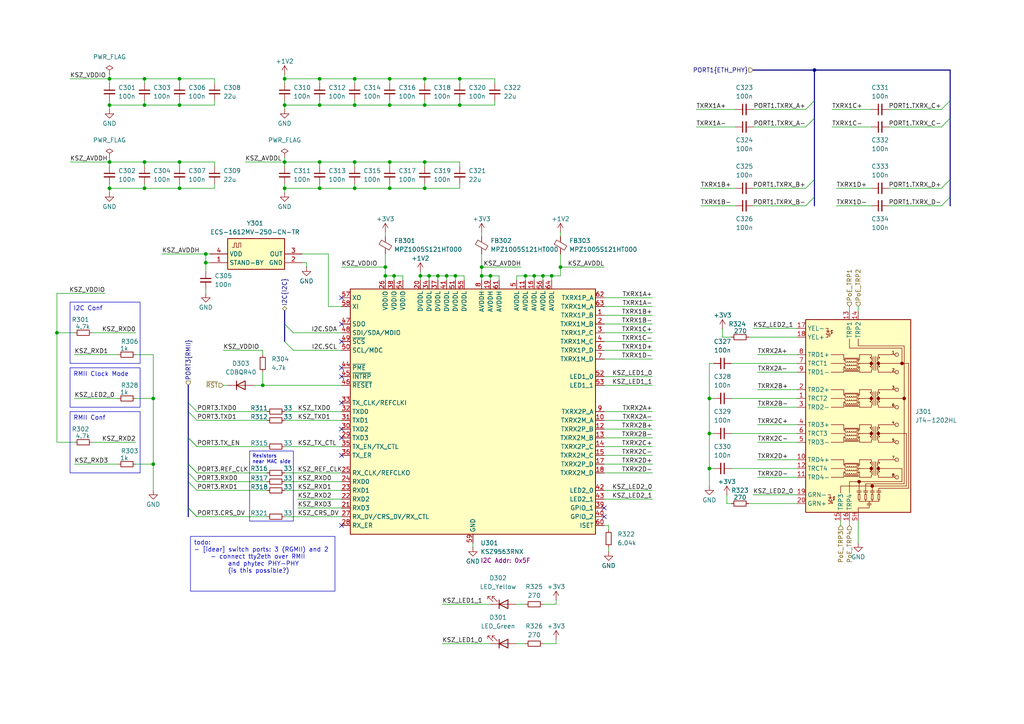
<source format=kicad_sch>
(kicad_sch (version 20250114) (generator "eeschema") (generator_version "9.0")
  (paper "A4")
  (bus_alias "ETH_PHY" (members "TXRX_A+" "TXRX_A-" "TXRX_B+" "TXRX_B-" "TXRX_C+" "TXRX_C-" "TXRX_D+" "TXRX_D-"))
  (bus_alias "RGMII" (members "TX_CLK" "TXD0" "TXD1" "TXD2" "TXD3" "TX_CTL" "RX_CLK" "RXD0" "RXD1" "RXD2" "RXD3" "RX_CTL"))
  (bus_alias "RMII" (members "TX_EN" "TXD0" "TXD1" "CRS_DV" "RXD0" "RXD1" "REF_CLK"))
  (text_box "todo:\n- [idear] switch ports: 3 (RGMII) and 2\n	- connect tty2eth over RMII \n		and phytec PHY-PHY \n		(is this possible?)" (at 55.245 155.575 0) (size 41.91 15.875) (margins 0.9525 0.9525 0.9525 0.9525) (effects (font (size 1.27 1.27)) (justify left top)))
  (text_box "Resistors near MAC side" (at 72.39 130.81 0) (size 12.7 20.32) (margins 0.762 0.762 0.762 0.762) (effects (font (size 1.016 1.016)) (justify left top)))
  (text_box "I2C Conf" (at 20.32 87.63 0) (size 20.32 17.78) (margins 0.9525 0.9525 0.9525 0.9525) (effects (font (size 1.27 1.27)) (justify left top)))
  (text_box "RMII Conf" (at 20.32 119.38 0) (size 20.32 17.78) (margins 0.9525 0.9525 0.9525 0.9525) (effects (font (size 1.27 1.27)) (justify left top)))
  (text_box "RMII Clock Mode" (at 20.32 106.68 0) (size 20.32 11.43) (margins 0.9525 0.9525 0.9525 0.9525) (effects (font (size 1.27 1.27)) (justify left top)))
  (junction (at 111.76 77.47))
  (junction (at 123.19 46.99))
  (junction (at 114.3 80.01))
  (junction (at 82.55 30.48))
  (junction (at 92.71 46.99))
  (junction (at 102.87 30.48))
  (junction (at 82.55 54.61))
  (junction (at 41.91 30.48))
  (junction (at 142.24 80.01))
  (junction (at 133.35 22.86))
  (junction (at 102.87 22.86))
  (junction (at 121.92 80.01))
  (junction (at 123.19 54.61))
  (junction (at 127 80.01))
  (junction (at 205.74 135.89))
  (junction (at 41.91 46.99))
  (junction (at 236.22 20.32))
  (junction (at 92.71 54.61))
  (junction (at 82.55 46.99))
  (junction (at 44.45 115.57))
  (junction (at 113.03 46.99))
  (junction (at 31.75 46.99))
  (junction (at 205.74 125.73))
  (junction (at 102.87 54.61))
  (junction (at 102.87 46.99))
  (junction (at 31.75 22.86))
  (junction (at 111.76 80.01))
  (junction (at 92.71 30.48))
  (junction (at 41.91 22.86))
  (junction (at 162.56 77.47))
  (junction (at 205.74 115.57))
  (junction (at 113.03 54.61))
  (junction (at 154.94 80.01))
  (junction (at 52.07 30.48))
  (junction (at 59.69 73.66))
  (junction (at 152.4 80.01))
  (junction (at 76.2 111.76))
  (junction (at 41.91 54.61))
  (junction (at 113.03 30.48))
  (junction (at 129.54 80.01))
  (junction (at 52.07 46.99))
  (junction (at 133.35 30.48))
  (junction (at 139.7 77.47))
  (junction (at 139.7 80.01))
  (junction (at 82.55 22.86))
  (junction (at 123.19 30.48))
  (junction (at 157.48 80.01))
  (junction (at 123.19 22.86))
  (junction (at 113.03 22.86))
  (junction (at 44.45 134.62))
  (junction (at 52.07 22.86))
  (junction (at 160.02 80.01))
  (junction (at 132.08 80.01))
  (junction (at 52.07 54.61))
  (junction (at 92.71 22.86))
  (junction (at 124.46 80.01))
  (junction (at 16.51 96.52))
  (junction (at 31.75 30.48))
  (junction (at 59.69 76.2))
  (junction (at 31.75 54.61))
  (no_connect (at 175.26 149.86))
  (no_connect (at 175.26 147.32))
  (no_connect (at 99.06 124.46))
  (no_connect (at 99.06 152.4))
  (no_connect (at 99.06 93.98))
  (no_connect (at 99.06 132.08))
  (no_connect (at 99.06 106.68))
  (no_connect (at 99.06 127))
  (no_connect (at 99.06 116.84))
  (no_connect (at 99.06 99.06))
  (no_connect (at 99.06 86.36))
  (no_connect (at 99.06 109.22))
  (bus_entry (at 54.61 127) (size 2.54 2.54))
  (bus_entry (at 82.55 99.06) (size 2.54 2.54))
  (bus_entry (at 54.61 127) (size 2.54 2.54))
  (bus_entry (at 54.61 147.32) (size 2.54 2.54))
  (bus_entry (at 82.55 93.98) (size 2.54 2.54))
  (bus_entry (at 236.22 34.29) (size -2.54 2.54))
  (bus_entry (at 54.61 139.7) (size 2.54 2.54))
  (bus_entry (at 236.22 29.21) (size -2.54 2.54))
  (bus_entry (at 275.59 52.07) (size -2.54 2.54))
  (bus_entry (at 54.61 147.32) (size 2.54 2.54))
  (bus_entry (at 236.22 52.07) (size -2.54 2.54))
  (bus_entry (at 275.59 34.29) (size -2.54 2.54))
  (bus_entry (at 54.61 119.38) (size 2.54 2.54))
  (bus_entry (at 275.59 29.21) (size -2.54 2.54))
  (bus_entry (at 54.61 116.84) (size 2.54 2.54))
  (bus_entry (at 54.61 134.62) (size 2.54 2.54))
  (bus_entry (at 236.22 57.15) (size -2.54 2.54))
  (bus_entry (at 275.59 57.15) (size -2.54 2.54))
  (bus_entry (at 54.61 137.16) (size 2.54 2.54))
  (bus_entry (at 54.61 134.62) (size 2.54 2.54))
  (wire (pts (xy 26.67 128.27) (xy 39.37 128.27)))
  (wire (pts (xy 39.37 102.87) (xy 44.45 102.87)))
  (wire (pts (xy 189.23 91.44) (xy 175.26 91.44)))
  (bus (pts (xy 54.61 119.38) (xy 54.61 127)))
  (wire (pts (xy 102.87 29.21) (xy 102.87 30.48)))
  (wire (pts (xy 160.02 80.01) (xy 162.56 80.01)))
  (wire (pts (xy 133.35 46.99) (xy 133.35 48.26)))
  (wire (pts (xy 203.2 54.61) (xy 213.36 54.61)))
  (wire (pts (xy 149.86 81.28) (xy 149.86 80.01)))
  (wire (pts (xy 248.92 151.13) (xy 248.92 157.48)))
  (bus (pts (xy 54.61 116.84) (xy 54.61 119.38)))
  (wire (pts (xy 210.82 146.05) (xy 210.82 143.51)))
  (wire (pts (xy 142.24 80.01) (xy 144.78 80.01)))
  (wire (pts (xy 139.7 77.47) (xy 151.13 77.47)))
  (wire (pts (xy 189.23 124.46) (xy 175.26 124.46)))
  (wire (pts (xy 123.19 22.86) (xy 133.35 22.86)))
  (wire (pts (xy 82.55 121.92) (xy 99.06 121.92)))
  (wire (pts (xy 127 80.01) (xy 124.46 80.01)))
  (wire (pts (xy 189.23 127) (xy 175.26 127)))
  (wire (pts (xy 189.23 99.06) (xy 175.26 99.06)))
  (wire (pts (xy 41.91 29.21) (xy 41.91 30.48)))
  (wire (pts (xy 62.23 22.86) (xy 62.23 24.13)))
  (wire (pts (xy 248.92 88.9) (xy 248.92 90.17)))
  (wire (pts (xy 189.23 93.98) (xy 175.26 93.98)))
  (wire (pts (xy 86.36 144.78) (xy 99.06 144.78)))
  (wire (pts (xy 121.92 80.01) (xy 121.92 81.28)))
  (wire (pts (xy 219.71 123.19) (xy 231.14 123.19)))
  (wire (pts (xy 57.15 119.38) (xy 77.47 119.38)))
  (wire (pts (xy 39.37 115.57) (xy 44.45 115.57)))
  (wire (pts (xy 134.62 81.28) (xy 134.62 80.01)))
  (wire (pts (xy 92.71 22.86) (xy 102.87 22.86)))
  (wire (pts (xy 139.7 73.66) (xy 139.7 77.47)))
  (wire (pts (xy 82.55 142.24) (xy 99.06 142.24)))
  (wire (pts (xy 132.08 81.28) (xy 132.08 80.01)))
  (wire (pts (xy 205.74 125.73) (xy 207.01 125.73)))
  (wire (pts (xy 44.45 115.57) (xy 44.45 134.62)))
  (wire (pts (xy 139.7 81.28) (xy 139.7 80.01)))
  (wire (pts (xy 189.23 119.38) (xy 175.26 119.38)))
  (bus (pts (xy 236.22 20.32) (xy 275.59 20.32)))
  (wire (pts (xy 31.75 30.48) (xy 31.75 31.75)))
  (wire (pts (xy 92.71 54.61) (xy 82.55 54.61)))
  (wire (pts (xy 219.71 128.27) (xy 231.14 128.27)))
  (wire (pts (xy 123.19 53.34) (xy 123.19 54.61)))
  (wire (pts (xy 162.56 67.31) (xy 162.56 68.58)))
  (wire (pts (xy 161.29 173.99) (xy 161.29 175.26)))
  (wire (pts (xy 20.32 22.86) (xy 31.75 22.86)))
  (bus (pts (xy 54.61 139.7) (xy 54.61 147.32)))
  (wire (pts (xy 31.75 46.99) (xy 41.91 46.99)))
  (wire (pts (xy 44.45 134.62) (xy 44.45 142.24)))
  (wire (pts (xy 31.75 54.61) (xy 31.75 55.88)))
  (bus (pts (xy 275.59 57.15) (xy 275.59 59.69)))
  (wire (pts (xy 111.76 80.01) (xy 111.76 81.28)))
  (bus (pts (xy 236.22 34.29) (xy 236.22 52.07)))
  (wire (pts (xy 161.29 175.26) (xy 157.48 175.26)))
  (wire (pts (xy 113.03 29.21) (xy 113.03 30.48)))
  (wire (pts (xy 124.46 80.01) (xy 121.92 80.01)))
  (wire (pts (xy 218.44 59.69) (xy 233.68 59.69)))
  (wire (pts (xy 189.23 109.22) (xy 175.26 109.22)))
  (bus (pts (xy 236.22 20.32) (xy 236.22 29.21)))
  (wire (pts (xy 219.71 107.95) (xy 231.14 107.95)))
  (wire (pts (xy 219.71 133.35) (xy 231.14 133.35)))
  (wire (pts (xy 85.09 96.52) (xy 99.06 96.52)))
  (wire (pts (xy 82.55 29.21) (xy 82.55 30.48)))
  (wire (pts (xy 129.54 80.01) (xy 129.54 81.28)))
  (wire (pts (xy 111.76 73.66) (xy 111.76 77.47)))
  (wire (pts (xy 52.07 30.48) (xy 62.23 30.48)))
  (wire (pts (xy 57.15 137.16) (xy 77.47 137.16)))
  (wire (pts (xy 162.56 73.66) (xy 162.56 77.47)))
  (wire (pts (xy 21.59 134.62) (xy 34.29 134.62)))
  (wire (pts (xy 57.15 142.24) (xy 77.47 142.24)))
  (wire (pts (xy 257.81 54.61) (xy 273.05 54.61)))
  (wire (pts (xy 114.3 80.01) (xy 114.3 81.28)))
  (wire (pts (xy 59.69 76.2) (xy 59.69 78.74)))
  (wire (pts (xy 102.87 46.99) (xy 102.87 48.26)))
  (bus (pts (xy 275.59 20.32) (xy 275.59 29.21)))
  (wire (pts (xy 231.14 125.73) (xy 212.09 125.73)))
  (wire (pts (xy 39.37 134.62) (xy 44.45 134.62)))
  (wire (pts (xy 82.55 30.48) (xy 82.55 31.75)))
  (wire (pts (xy 129.54 80.01) (xy 132.08 80.01)))
  (wire (pts (xy 46.99 73.66) (xy 59.69 73.66)))
  (wire (pts (xy 88.9 76.2) (xy 88.9 77.47)))
  (wire (pts (xy 76.2 101.6) (xy 76.2 102.87)))
  (wire (pts (xy 92.71 30.48) (xy 102.87 30.48)))
  (wire (pts (xy 31.75 53.34) (xy 31.75 54.61)))
  (wire (pts (xy 76.2 111.76) (xy 99.06 111.76)))
  (wire (pts (xy 92.71 53.34) (xy 92.71 54.61)))
  (wire (pts (xy 189.23 134.62) (xy 175.26 134.62)))
  (wire (pts (xy 85.09 101.6) (xy 99.06 101.6)))
  (wire (pts (xy 241.3 36.83) (xy 252.73 36.83)))
  (wire (pts (xy 57.15 149.86) (xy 77.47 149.86)))
  (wire (pts (xy 82.55 139.7) (xy 99.06 139.7)))
  (wire (pts (xy 62.23 30.48) (xy 62.23 29.21)))
  (wire (pts (xy 102.87 22.86) (xy 113.03 22.86)))
  (wire (pts (xy 82.55 46.99) (xy 92.71 46.99)))
  (wire (pts (xy 73.66 111.76) (xy 76.2 111.76)))
  (wire (pts (xy 132.08 80.01) (xy 134.62 80.01)))
  (wire (pts (xy 129.54 80.01) (xy 127 80.01)))
  (wire (pts (xy 76.2 107.95) (xy 76.2 111.76)))
  (wire (pts (xy 123.19 46.99) (xy 133.35 46.99)))
  (wire (pts (xy 123.19 46.99) (xy 123.19 48.26)))
  (wire (pts (xy 52.07 29.21) (xy 52.07 30.48)))
  (wire (pts (xy 189.23 86.36) (xy 175.26 86.36)))
  (wire (pts (xy 52.07 22.86) (xy 62.23 22.86)))
  (wire (pts (xy 189.23 132.08) (xy 175.26 132.08)))
  (wire (pts (xy 128.27 186.69) (xy 142.24 186.69)))
  (wire (pts (xy 82.55 54.61) (xy 82.55 53.34)))
  (wire (pts (xy 39.37 96.52) (xy 26.67 96.52)))
  (wire (pts (xy 102.87 54.61) (xy 92.71 54.61)))
  (wire (pts (xy 127 80.01) (xy 127 81.28)))
  (wire (pts (xy 31.75 54.61) (xy 41.91 54.61)))
  (wire (pts (xy 133.35 22.86) (xy 133.35 24.13)))
  (wire (pts (xy 102.87 22.86) (xy 102.87 24.13)))
  (wire (pts (xy 116.84 80.01) (xy 114.3 80.01)))
  (wire (pts (xy 62.23 46.99) (xy 62.23 48.26)))
  (wire (pts (xy 242.57 54.61) (xy 252.73 54.61)))
  (wire (pts (xy 16.51 96.52) (xy 16.51 128.27)))
  (wire (pts (xy 113.03 53.34) (xy 113.03 54.61)))
  (wire (pts (xy 41.91 22.86) (xy 41.91 24.13)))
  (wire (pts (xy 102.87 30.48) (xy 113.03 30.48)))
  (bus (pts (xy 236.22 52.07) (xy 236.22 57.15)))
  (wire (pts (xy 189.23 142.24) (xy 175.26 142.24)))
  (wire (pts (xy 52.07 46.99) (xy 62.23 46.99)))
  (wire (pts (xy 16.51 85.09) (xy 16.51 96.52)))
  (wire (pts (xy 31.75 24.13) (xy 31.75 22.86)))
  (wire (pts (xy 82.55 129.54) (xy 99.06 129.54)))
  (wire (pts (xy 157.48 80.01) (xy 157.48 81.28)))
  (bus (pts (xy 236.22 57.15) (xy 236.22 59.69)))
  (wire (pts (xy 219.71 102.87) (xy 231.14 102.87)))
  (wire (pts (xy 82.55 137.16) (xy 99.06 137.16)))
  (wire (pts (xy 139.7 67.31) (xy 139.7 68.58)))
  (wire (pts (xy 113.03 54.61) (xy 102.87 54.61)))
  (wire (pts (xy 92.71 46.99) (xy 92.71 48.26)))
  (wire (pts (xy 21.59 115.57) (xy 34.29 115.57)))
  (wire (pts (xy 219.71 118.11) (xy 231.14 118.11)))
  (wire (pts (xy 82.55 45.72) (xy 82.55 46.99)))
  (wire (pts (xy 189.23 111.76) (xy 175.26 111.76)))
  (wire (pts (xy 149.86 186.69) (xy 152.4 186.69)))
  (wire (pts (xy 152.4 80.01) (xy 152.4 81.28)))
  (wire (pts (xy 92.71 46.99) (xy 102.87 46.99)))
  (wire (pts (xy 92.71 22.86) (xy 92.71 24.13)))
  (wire (pts (xy 31.75 21.59) (xy 31.75 22.86)))
  (wire (pts (xy 201.93 36.83) (xy 213.36 36.83)))
  (wire (pts (xy 189.23 101.6) (xy 175.26 101.6)))
  (wire (pts (xy 41.91 46.99) (xy 41.91 48.26)))
  (wire (pts (xy 102.87 53.34) (xy 102.87 54.61)))
  (wire (pts (xy 231.14 135.89) (xy 212.09 135.89)))
  (wire (pts (xy 152.4 80.01) (xy 154.94 80.01)))
  (wire (pts (xy 82.55 30.48) (xy 92.71 30.48)))
  (wire (pts (xy 176.53 158.75) (xy 176.53 160.02)))
  (wire (pts (xy 157.48 186.69) (xy 161.29 186.69)))
  (wire (pts (xy 52.07 54.61) (xy 62.23 54.61)))
  (wire (pts (xy 64.77 111.76) (xy 66.04 111.76)))
  (wire (pts (xy 95.25 88.9) (xy 99.06 88.9)))
  (wire (pts (xy 212.09 105.41) (xy 231.14 105.41)))
  (wire (pts (xy 241.3 31.75) (xy 252.73 31.75)))
  (wire (pts (xy 123.19 29.21) (xy 123.19 30.48)))
  (wire (pts (xy 52.07 53.34) (xy 52.07 54.61)))
  (wire (pts (xy 41.91 22.86) (xy 52.07 22.86)))
  (wire (pts (xy 71.12 46.99) (xy 82.55 46.99)))
  (wire (pts (xy 92.71 29.21) (xy 92.71 30.48)))
  (wire (pts (xy 21.59 102.87) (xy 34.29 102.87)))
  (wire (pts (xy 52.07 22.86) (xy 52.07 24.13)))
  (wire (pts (xy 82.55 48.26) (xy 82.55 46.99)))
  (wire (pts (xy 31.75 29.21) (xy 31.75 30.48)))
  (wire (pts (xy 257.81 31.75) (xy 273.05 31.75)))
  (wire (pts (xy 21.59 128.27) (xy 16.51 128.27)))
  (wire (pts (xy 242.57 59.69) (xy 252.73 59.69)))
  (wire (pts (xy 212.09 146.05) (xy 210.82 146.05)))
  (wire (pts (xy 205.74 135.89) (xy 205.74 140.97)))
  (wire (pts (xy 218.44 36.83) (xy 233.68 36.83)))
  (bus (pts (xy 275.59 34.29) (xy 275.59 52.07)))
  (wire (pts (xy 189.23 129.54) (xy 175.26 129.54)))
  (wire (pts (xy 59.69 83.82) (xy 59.69 85.09)))
  (wire (pts (xy 59.69 73.66) (xy 60.96 73.66)))
  (wire (pts (xy 149.86 175.26) (xy 152.4 175.26)))
  (wire (pts (xy 99.06 77.47) (xy 111.76 77.47)))
  (wire (pts (xy 257.81 36.83) (xy 273.05 36.83)))
  (bus (pts (xy 275.59 29.21) (xy 275.59 34.29)))
  (bus (pts (xy 218.44 20.32) (xy 236.22 20.32)))
  (wire (pts (xy 41.91 30.48) (xy 52.07 30.48)))
  (wire (pts (xy 162.56 77.47) (xy 162.56 80.01)))
  (wire (pts (xy 157.48 80.01) (xy 160.02 80.01)))
  (wire (pts (xy 111.76 67.31) (xy 111.76 68.58)))
  (wire (pts (xy 113.03 22.86) (xy 113.03 24.13)))
  (wire (pts (xy 133.35 30.48) (xy 143.51 30.48)))
  (wire (pts (xy 41.91 46.99) (xy 52.07 46.99)))
  (wire (pts (xy 205.74 135.89) (xy 207.01 135.89)))
  (wire (pts (xy 207.01 105.41) (xy 205.74 105.41)))
  (bus (pts (xy 54.61 147.32) (xy 54.61 149.86)))
  (wire (pts (xy 31.75 45.72) (xy 31.75 46.99)))
  (wire (pts (xy 189.23 104.14) (xy 175.26 104.14)))
  (wire (pts (xy 82.55 149.86) (xy 99.06 149.86)))
  (bus (pts (xy 54.61 134.62) (xy 54.61 137.16)))
  (wire (pts (xy 212.09 97.79) (xy 209.55 97.79)))
  (wire (pts (xy 113.03 46.99) (xy 113.03 48.26)))
  (wire (pts (xy 217.17 97.79) (xy 231.14 97.79)))
  (wire (pts (xy 162.56 77.47) (xy 175.26 77.47)))
  (wire (pts (xy 189.23 121.92) (xy 175.26 121.92)))
  (wire (pts (xy 82.55 54.61) (xy 82.55 55.88)))
  (wire (pts (xy 137.16 157.48) (xy 137.16 158.75)))
  (wire (pts (xy 82.55 119.38) (xy 99.06 119.38)))
  (bus (pts (xy 236.22 29.21) (xy 236.22 34.29)))
  (wire (pts (xy 205.74 125.73) (xy 205.74 135.89)))
  (wire (pts (xy 203.2 59.69) (xy 213.36 59.69)))
  (wire (pts (xy 219.71 113.03) (xy 231.14 113.03)))
  (wire (pts (xy 189.23 96.52) (xy 175.26 96.52)))
  (bus (pts (xy 54.61 137.16) (xy 54.61 139.7)))
  (wire (pts (xy 30.48 85.09) (xy 16.51 85.09)))
  (wire (pts (xy 154.94 80.01) (xy 157.48 80.01)))
  (wire (pts (xy 189.23 144.78) (xy 175.26 144.78)))
  (wire (pts (xy 114.3 80.01) (xy 111.76 80.01)))
  (wire (pts (xy 87.63 76.2) (xy 88.9 76.2)))
  (wire (pts (xy 111.76 77.47) (xy 111.76 80.01)))
  (wire (pts (xy 31.75 30.48) (xy 41.91 30.48)))
  (wire (pts (xy 143.51 29.21) (xy 143.51 30.48)))
  (wire (pts (xy 62.23 53.34) (xy 62.23 54.61)))
  (wire (pts (xy 41.91 54.61) (xy 52.07 54.61)))
  (wire (pts (xy 218.44 143.51) (xy 231.14 143.51)))
  (wire (pts (xy 176.53 152.4) (xy 176.53 153.67)))
  (bus (pts (xy 54.61 127) (xy 54.61 134.62)))
  (wire (pts (xy 209.55 97.79) (xy 209.55 95.25)))
  (wire (pts (xy 123.19 22.86) (xy 123.19 24.13)))
  (wire (pts (xy 218.44 31.75) (xy 233.68 31.75)))
  (wire (pts (xy 133.35 53.34) (xy 133.35 54.61)))
  (wire (pts (xy 217.17 146.05) (xy 231.14 146.05)))
  (wire (pts (xy 113.03 22.86) (xy 123.19 22.86)))
  (wire (pts (xy 123.19 30.48) (xy 133.35 30.48)))
  (wire (pts (xy 139.7 77.47) (xy 139.7 80.01)))
  (wire (pts (xy 219.71 138.43) (xy 231.14 138.43)))
  (wire (pts (xy 243.84 152.4) (xy 243.84 151.13)))
  (wire (pts (xy 133.35 29.21) (xy 133.35 30.48)))
  (wire (pts (xy 189.23 88.9) (xy 175.26 88.9)))
  (wire (pts (xy 139.7 80.01) (xy 142.24 80.01)))
  (wire (pts (xy 44.45 102.87) (xy 44.45 115.57)))
  (wire (pts (xy 60.96 76.2) (xy 59.69 76.2)))
  (wire (pts (xy 143.51 22.86) (xy 143.51 24.13)))
  (wire (pts (xy 113.03 46.99) (xy 123.19 46.99)))
  (wire (pts (xy 175.26 152.4) (xy 176.53 152.4)))
  (wire (pts (xy 124.46 80.01) (xy 124.46 81.28)))
  (wire (pts (xy 123.19 54.61) (xy 113.03 54.61)))
  (wire (pts (xy 201.93 31.75) (xy 213.36 31.75)))
  (wire (pts (xy 218.44 54.61) (xy 233.68 54.61)))
  (wire (pts (xy 161.29 185.42) (xy 161.29 186.69)))
  (wire (pts (xy 82.55 22.86) (xy 82.55 24.13)))
  (wire (pts (xy 149.86 80.01) (xy 152.4 80.01)))
  (wire (pts (xy 64.77 101.6) (xy 76.2 101.6)))
  (wire (pts (xy 57.15 139.7) (xy 77.47 139.7)))
  (bus (pts (xy 82.55 90.17) (xy 82.55 93.98)))
  (wire (pts (xy 154.94 80.01) (xy 154.94 81.28)))
  (wire (pts (xy 189.23 137.16) (xy 175.26 137.16)))
  (wire (pts (xy 113.03 30.48) (xy 123.19 30.48)))
  (wire (pts (xy 128.27 175.26) (xy 142.24 175.26)))
  (wire (pts (xy 57.15 121.92) (xy 77.47 121.92)))
  (wire (pts (xy 87.63 73.66) (xy 95.25 73.66)))
  (wire (pts (xy 82.55 22.86) (xy 92.71 22.86)))
  (wire (pts (xy 205.74 105.41) (xy 205.74 115.57)))
  (wire (pts (xy 82.55 21.59) (xy 82.55 22.86)))
  (wire (pts (xy 57.15 129.54) (xy 77.47 129.54)))
  (bus (pts (xy 275.59 52.07) (xy 275.59 57.15)))
  (wire (pts (xy 31.75 22.86) (xy 41.91 22.86)))
  (wire (pts (xy 52.07 46.99) (xy 52.07 48.26)))
  (wire (pts (xy 205.74 115.57) (xy 205.74 125.73)))
  (wire (pts (xy 160.02 80.01) (xy 160.02 81.28)))
  (wire (pts (xy 205.74 115.57) (xy 207.01 115.57)))
  (wire (pts (xy 95.25 73.66) (xy 95.25 88.9)))
  (wire (pts (xy 144.78 80.01) (xy 144.78 81.28)))
  (wire (pts (xy 257.81 59.69) (xy 273.05 59.69)))
  (wire (pts (xy 116.84 81.28) (xy 116.84 80.01)))
  (wire (pts (xy 16.51 96.52) (xy 21.59 96.52)))
  (wire (pts (xy 133.35 22.86) (xy 143.51 22.86)))
  (wire (pts (xy 133.35 54.61) (xy 123.19 54.61)))
  (wire (pts (xy 41.91 53.34) (xy 41.91 54.61)))
  (wire (pts (xy 231.14 115.57) (xy 212.09 115.57)))
  (wire (pts (xy 246.38 88.9) (xy 246.38 90.17)))
  (wire (pts (xy 218.44 95.25) (xy 231.14 95.25)))
  (wire (pts (xy 121.92 78.74) (xy 121.92 80.01)))
  (wire (pts (xy 59.69 76.2) (xy 59.69 73.66)))
  (bus (pts (xy 82.55 93.98) (xy 82.55 99.06)))
  (wire (pts (xy 31.75 48.26) (xy 31.75 46.99)))
  (wire (pts (xy 86.36 147.32) (xy 99.06 147.32)))
  (wire (pts (xy 142.24 80.01) (xy 142.24 81.28)))
  (wire (pts (xy 102.87 46.99) (xy 113.03 46.99)))
  (wire (pts (xy 246.38 152.4) (xy 246.38 151.13)))
  (bus (pts (xy 54.61 111.76) (xy 54.61 116.84)))
  (wire (pts (xy 20.32 46.99) (xy 31.75 46.99)))
  (label "PORT1.TXRX_A-" (at 233.68 36.83 180))
  (label "KSZ_LED1_1" (at 189.23 111.76 180))
  (label "KSZ_LED2_0" (at 21.59 115.57 0))
  (label "TXRX2A+" (at 189.23 119.38 180))
  (label "TXRX2A+" (at 219.71 102.87 0))
  (label "KSZ_AVDDH" (at 151.13 77.47 180))
  (label "KSZ_VDDIO" (at 99.06 77.47 0))
  (label "KSZ_AVDDH" (at 20.32 46.99 0))
  (label "KSZ_VDDIO" (at 20.32 22.86 0))
  (label "PORT1.TXRX_D-" (at 273.05 59.69 180))
  (label "KSZ_LED2_1" (at 189.23 144.78 180))
  (label "TXRX1B-" (at 189.23 93.98 180))
  (label "PORT1.TXRX_B-" (at 233.68 59.69 180))
  (label "KSZ_LED2_0" (at 218.44 143.51 0))
  (label "KSZ_AVDDL" (at 175.26 77.47 180))
  (label "KSZ_LED2_0" (at 189.23 142.24 180))
  (label "TXRX2A-" (at 219.71 107.95 0))
  (label "TXRX1A-" (at 189.23 88.9 180))
  (label "PORT3.TX_EN" (at 57.15 129.54 0))
  (label "TXRX2D+" (at 219.71 133.35 0))
  (label "TXRX2C-" (at 219.71 128.27 0))
  (label "KSZ_VDDIO" (at 30.48 85.09 180))
  (label "TXRX1C-" (at 241.3 36.83 0))
  (label "PORT1.TXRX_D+" (at 273.05 54.61 180))
  (label "TXRX1B-" (at 203.2 59.69 0))
  (label "KSZ_AVDDH" (at 46.99 73.66 0))
  (label "TXRX2C+" (at 189.23 129.54 180))
  (label "TXRX1A-" (at 201.93 36.83 0))
  (label "TXRX2B+" (at 219.71 113.03 0))
  (label "KSZ_RXD0" (at 86.36 139.7 0))
  (label "TXRX2B-" (at 219.71 118.11 0))
  (label "I2C.SCL" (at 97.79 101.6 180))
  (label "TXRX1D-" (at 242.57 59.69 0))
  (label "PORT3.CRS_DV" (at 57.15 149.86 0))
  (label "KSZ_VDDIO" (at 64.77 101.6 0))
  (label "KSZ_CRS_DV" (at 86.36 149.86 0))
  (label "KSZ_AVDDL" (at 71.12 46.99 0))
  (label "TXRX1D+" (at 189.23 101.6 180))
  (label "TXRX1D-" (at 189.23 104.14 180))
  (label "TXRX2C+" (at 219.71 123.19 0))
  (label "TXRX1A+" (at 189.23 86.36 180))
  (label "TXRX2B+" (at 189.23 124.46 180))
  (label "KSZ_RXD1" (at 86.36 142.24 0))
  (label "KSZ_RXD1" (at 21.59 102.87 0))
  (label "KSZ_TXD1" (at 86.36 121.92 0))
  (label "TXRX1C+" (at 241.3 31.75 0))
  (label "TXRX1B+" (at 203.2 54.61 0))
  (label "TXRX2A-" (at 189.23 121.92 180))
  (label "PORT1.TXRX_C-" (at 273.05 36.83 180))
  (label "PORT1.TXRX_B+" (at 233.68 54.61 180))
  (label "KSZ_LED1_0" (at 189.23 109.22 180))
  (label "KSZ_RXD3" (at 86.36 147.32 0))
  (label "KSZ_TX_CTL" (at 86.36 129.54 0))
  (label "PORT3.TXD0" (at 57.15 119.38 0))
  (label "TXRX1C-" (at 189.23 99.06 180))
  (label "PORT3.RXD0" (at 57.15 139.7 0))
  (label "PORT3.TXD1" (at 57.15 121.92 0))
  (label "KSZ_RXD2" (at 86.36 144.78 0))
  (label "KSZ_RXD3" (at 21.59 134.62 0))
  (label "TXRX2D+" (at 189.23 134.62 180))
  (label "TXRX1A+" (at 201.93 31.75 0))
  (label "I2C.SDA" (at 97.79 96.52 180))
  (label "TXRX2B-" (at 189.23 127 180))
  (label "TXRX1C+" (at 189.23 96.52 180))
  (label "TXRX1D+" (at 242.57 54.61 0))
  (label "TXRX2D-" (at 219.71 138.43 0))
  (label "KSZ_REF_CLK" (at 86.36 137.16 0))
  (label "TXRX2D-" (at 189.23 137.16 180))
  (label "TXRX2C-" (at 189.23 132.08 180))
  (label "PORT3.RXD1" (at 57.15 142.24 0))
  (label "KSZ_RXD0" (at 39.37 96.52 180))
  (label "KSZ_LED1_1" (at 128.27 175.26 0))
  (label "KSZ_LED2_1" (at 218.44 95.25 0))
  (label "PORT1.TXRX_A+" (at 233.68 31.75 180))
  (label "TXRX1B+" (at 189.23 91.44 180))
  (label "KSZ_RXD2" (at 39.37 128.27 180))
  (label "KSZ_LED1_0" (at 128.27 186.69 0))
  (label "KSZ_TXD0" (at 86.36 119.38 0))
  (label "PORT3.REF_CLK" (at 57.15 137.16 0))
  (label "PORT1.TXRX_C+" (at 273.05 31.75 180))
  (hierarchical_label "PORT1{ETH_PHY}" (shape input) (at 218.44 20.32 180))
  (hierarchical_label "PORT3{RMII}" (shape input) (at 54.61 111.76 90))
  (hierarchical_label "PoE_TRP1" (shape input) (at 246.38 88.9 90))
  (hierarchical_label "~{RST}" (shape input) (at 64.77 111.76 180))
  (hierarchical_label "PoE_TRP3" (shape input) (at 243.84 152.4 270))
  (hierarchical_label "PoE_TRP4" (shape input) (at 246.38 152.4 270))
  (hierarchical_label "PoE_TRP2" (shape input) (at 248.92 88.9 90))
  (hierarchical_label "I2C{I2C}" (shape bidirectional) (at 82.55 90.17 90))
  (symbol (lib_id "Device:C_Small") (at 102.87 50.8 0) (unit 1)
    (property "Reference" "C315" (at 105.41 49.5362 0) (effects (justify left)))
    (property "Value" "100n" (at 105.41 52.0762 0) (effects (justify left)))
    (property "Footprint" "Capacitor_SMD:C_0201_0603Metric" (effects (hide yes)))
    (property "Description" "Unpolarized capacitor, small symbol" (effects (hide yes)))
    (property "Mouser Part Number" "81-GRM033Z71C104KE4J" (effects (hide yes)))
    (instances (project "" (path "" (reference "C315") (unit 1))) (project "tty2eth-evb" (path "" (reference "C14") (unit 1))))
  )
  (symbol (lib_id "Device:C_Small") (at 41.91 26.67 0) (unit 1)
    (property "Reference" "C303" (at 44.45 25.4062 0) (effects (justify left)))
    (property "Value" "100n" (at 44.45 27.9462 0) (effects (justify left)))
    (property "Footprint" "Capacitor_SMD:C_0201_0603Metric" (effects (hide yes)))
    (property "Description" "Unpolarized capacitor, small symbol" (effects (hide yes)))
    (property "Mouser Part Number" "81-GRM033Z71C104KE4J" (effects (hide yes)))
    (instances (project "" (path "" (reference "C303") (unit 1))) (project "tty2eth-evb" (path "" (reference "C3") (unit 1))))
  )
  (symbol (lib_id "extras:ECS-1612MV-250-CN-TR") (at 60.96 73.66 0) (unit 1)
    (property "Reference" "Y301" (at 73.9775 64.77 0))
    (property "Value" "ECS-1612MV-250-CN-TR" (at 73.9775 67.31 0))
    (property "Footprint" "extras:ECS1612MV250CNTR" (effects (hide yes)))
    (property "Datasheet" "https://www.ecsxtal.com/store/pdf/ECS-1612MV.pdf" (effects (hide yes)))
    (property "Description" "Standard Clock Oscillators 25MHz CMOS 1.6-3.6V" (effects (hide yes)))
    (property "Height" "0.7" (effects (hide yes)))
    (property "Mouser Part Number" "520-1612MV-250-CNT" (effects (hide yes)))
    (property "Mouser Price/Stock" "https://www.mouser.co.uk/ProductDetail/ECS/ECS-1612MV-250-CN-TR?qs=MLItCLRbWszfxf8M%252B0z8Bg%3D%3D" (effects (hide yes)))
    (property "Manufacturer_Name" "ECS" (effects (hide yes)))
    (property "Manufacturer_Part_Number" "ECS-1612MV-250-CN-TR" (effects (hide yes)))
    (instances (project "" (path "" (reference "Y301") (unit 1))) (project "tty2eth-evb" (path "" (reference "Y1") (unit 1))))
  )
  (symbol (lib_id "Device:C_Small") (at 82.55 50.8 0) (unit 1)
    (property "Reference" "C311" (at 85.09 49.5362 0) (effects (justify left)))
    (property "Value" "100n" (at 85.09 52.0762 0) (effects (justify left)))
    (property "Footprint" "Capacitor_SMD:C_0201_0603Metric" (effects (hide yes)))
    (property "Description" "Unpolarized capacitor, small symbol" (effects (hide yes)))
    (property "Mouser Part Number" "81-GRM033Z71C104KE4J" (effects (hide yes)))
    (instances (project "" (path "" (reference "C311") (unit 1))) (project "tty2eth-evb" (path "" (reference "C10") (unit 1))))
  )
  (symbol (lib_id "Device:R_Small") (at 214.63 146.05 90) (mirror x) (unit 1)
    (property "Reference" "R323" (at 214.63 142.24 90))
    (property "Value" "270" (at 214.63 144.272 90))
    (property "Footprint" "extras:R_0402" (effects (hide yes)))
    (property "Description" "Resistor, small symbol" (effects (hide yes)))
    (property "Mouser Part Number" "652-CR0402FX-2700GLF" (effects (hide yes)))
    (instances (project "" (path "" (reference "R323") (unit 1))) (project "tty2eth-evb" (path "" (reference "R24") (unit 1))))
  )
  (symbol (lib_id "Device:C_Small") (at 255.27 54.61 90) (unit 1)
    (property "Reference" "C333" (at 255.2763 48.26 90))
    (property "Value" "100n" (at 255.2763 50.8 90))
    (property "Footprint" "Capacitor_SMD:C_0201_0603Metric" (effects (hide yes)))
    (property "Description" "Unpolarized capacitor, small symbol" (effects (hide yes)))
    (property "Mouser Part Number" "81-GRM033Z71C104KE4J" (effects (hide yes)))
  )
  (symbol (lib_id "power:+3V3") (at 210.82 143.51 0) (unit 1)
    (property "Reference" "#PWR0321" (effects (hide yes)))
    (property "Value" "+3V3" (at 210.82 139.7 0))
    (property "Description" "Power symbol creates a global label with name \"+3V3\"" (effects (hide yes)))
    (instances (project "" (path "" (reference "#PWR0321") (unit 1))) (project "tty2eth-evb" (path "" (reference "#PWR051") (unit 1))))
  )
  (symbol (lib_id "power:+1V2") (at 82.55 21.59 0) (unit 1)
    (property "Reference" "#PWR0306" (effects (hide yes)))
    (property "Value" "+1V2" (at 82.55 17.78 0))
    (property "Description" "Power symbol creates a global label with name \"+1V2\"" (effects (hide yes)))
    (instances (project "" (path "" (reference "#PWR0306") (unit 1))) (project "tty2eth-evb" (path "" (reference "#PWR05") (unit 1))))
  )
  (symbol (lib_id "Device:R_Small") (at 80.01 121.92 90) (mirror x) (unit 1)
    (property "Reference" "R312" (at 77.724 120.904 90) (effects (justify left)))
    (property "Value" "33" (at 84.836 120.904 90) (effects (justify left)))
    (property "Footprint" "extras:R_0402" (effects (hide yes)))
    (property "Description" "Resistor, small symbol" (effects (hide yes)))
    (property "Mouser Part Number" "652-CR0402FX-33R0GLF" (effects (hide yes)))
    (instances (project "" (path "" (reference "R312") (unit 1))) (project "tty2eth-evb" (path "" (reference "R12") (unit 1))))
  )
  (symbol (lib_id "Device:R_Small") (at 80.01 139.7 90) (mirror x) (unit 1)
    (property "Reference" "R317" (at 77.724 138.684 90) (effects (justify left)))
    (property "Value" "33" (at 84.836 138.684 90) (effects (justify left)))
    (property "Footprint" "extras:R_0402" (effects (hide yes)))
    (property "Description" "Resistor, small symbol" (effects (hide yes)))
    (property "Mouser Part Number" "652-CR0402FX-33R0GLF" (effects (hide yes)))
    (instances (project "" (path "" (reference "R317") (unit 1))) (project "tty2eth-evb" (path "" (reference "R17") (unit 1))))
  )
  (symbol (lib_id "Device:C_Small") (at 92.71 50.8 0) (unit 1)
    (property "Reference" "C313" (at 95.25 49.5362 0) (effects (justify left)))
    (property "Value" "100n" (at 95.25 52.0762 0) (effects (justify left)))
    (property "Footprint" "Capacitor_SMD:C_0201_0603Metric" (effects (hide yes)))
    (property "Description" "Unpolarized capacitor, small symbol" (effects (hide yes)))
    (property "Mouser Part Number" "81-GRM033Z71C104KE4J" (effects (hide yes)))
    (instances (project "" (path "" (reference "C313") (unit 1))) (project "tty2eth-evb" (path "" (reference "C12") (unit 1))))
  )
  (symbol (lib_id "Device:C_Small") (at 133.35 26.67 0) (unit 1)
    (property "Reference" "C320" (at 135.89 25.4062 0) (effects (justify left)))
    (property "Value" "100n" (at 135.89 27.9462 0) (effects (justify left)))
    (property "Footprint" "Capacitor_SMD:C_0201_0603Metric" (effects (hide yes)))
    (property "Description" "Unpolarized capacitor, small symbol" (effects (hide yes)))
    (property "Mouser Part Number" "81-GRM033Z71C104KE4J" (effects (hide yes)))
    (instances (project "" (path "" (reference "C320") (unit 1))) (project "tty2eth-evb" (path "" (reference "C19") (unit 1))))
  )
  (symbol (lib_id "Device:FerriteBead_Small") (at 111.76 71.12 0) (unit 1)
    (property "Reference" "FB301" (at 114.3 69.8118 0) (effects (justify left)))
    (property "Value" "MPZ1005S121HT000" (at 114.3 72.3518 0) (effects (justify left)))
    (property "Footprint" "extras:L_0402" (effects (hide yes)))
    (property "Description" "Ferrite bead, small symbol" (effects (hide yes)))
    (property "Mouser Part Number" "810-MPZ1005S121HT000" (effects (hide yes)))
    (instances (project "" (path "" (reference "FB301") (unit 1))) (project "tty2eth-evb" (path "" (reference "FB1") (unit 1))))
  )
  (symbol (lib_id "Device:C_Small") (at 52.07 50.8 0) (unit 1)
    (property "Reference" "C307" (at 54.61 49.5362 0) (effects (justify left)))
    (property "Value" "100n" (at 54.61 52.0762 0) (effects (justify left)))
    (property "Footprint" "Capacitor_SMD:C_0201_0603Metric" (effects (hide yes)))
    (property "Description" "Unpolarized capacitor, small symbol" (effects (hide yes)))
    (property "Mouser Part Number" "81-GRM033Z71C104KE4J" (effects (hide yes)))
    (instances (project "" (path "" (reference "C307") (unit 1))) (project "tty2eth-evb" (path "" (reference "C6") (unit 1))))
  )
  (symbol (lib_id "Device:C_Small") (at 123.19 26.67 0) (unit 1)
    (property "Reference" "C318" (at 125.73 25.4062 0) (effects (justify left)))
    (property "Value" "100n" (at 125.73 27.9462 0) (effects (justify left)))
    (property "Footprint" "Capacitor_SMD:C_0201_0603Metric" (effects (hide yes)))
    (property "Description" "Unpolarized capacitor, small symbol" (effects (hide yes)))
    (property "Mouser Part Number" "81-GRM033Z71C104KE4J" (effects (hide yes)))
    (instances (project "" (path "" (reference "C318") (unit 1))) (project "tty2eth-evb" (path "" (reference "C17") (unit 1))))
  )
  (symbol (lib_id "Device:C_Small") (at 31.75 26.67 0) (unit 1)
    (property "Reference" "C301" (at 34.29 25.4062 0) (effects (justify left)))
    (property "Value" "100n" (at 34.29 27.9462 0) (effects (justify left)))
    (property "Footprint" "Capacitor_SMD:C_0201_0603Metric" (effects (hide yes)))
    (property "Description" "Unpolarized capacitor, small symbol" (effects (hide yes)))
    (property "Mouser Part Number" "81-GRM033Z71C104KE4J" (effects (hide yes)))
    (instances (project "" (path "" (reference "C301") (unit 1))) (project "tty2eth-evb" (path "" (reference "C1") (unit 1))))
  )
  (symbol (lib_id "power:+3V3") (at 161.29 173.99 0) (unit 1)
    (property "Reference" "#PWR0326" (effects (hide yes)))
    (property "Value" "+3V3" (at 161.29 170.18 0))
    (property "Description" "Power symbol creates a global label with name \"+3V3\"" (effects (hide yes)))
  )
  (symbol (lib_id "Device:LED") (at 146.05 175.26 0) (mirror x) (unit 1)
    (property "Reference" "D302" (at 144.4625 167.64 0))
    (property "Value" "LED_Yellow" (at 144.4625 170.18 0))
    (property "Footprint" "LED_SMD:LED_0402_1005Metric_Pad0.77x0.64mm_HandSolder" (effects (hide yes)))
    (property "Description" "Light emitting diode" (effects (hide yes)))
    (property "Mouser Part Number" "755-SML-P11YTT86R" (effects (hide yes)))
    (property "Display" "Speed" (effects (hide yes)))
  )
  (symbol (lib_id "Device:C_Small") (at 102.87 26.67 0) (unit 1)
    (property "Reference" "C314" (at 105.41 25.4062 0) (effects (justify left)))
    (property "Value" "100n" (at 105.41 27.9462 0) (effects (justify left)))
    (property "Footprint" "Capacitor_SMD:C_0201_0603Metric" (effects (hide yes)))
    (property "Description" "Unpolarized capacitor, small symbol" (effects (hide yes)))
    (property "Mouser Part Number" "81-GRM033Z71C104KE4J" (effects (hide yes)))
    (instances (project "" (path "" (reference "C314") (unit 1))) (project "tty2eth-evb" (path "" (reference "C13") (unit 1))))
  )
  (symbol (lib_id "Device:FerriteBead_Small") (at 139.7 71.12 0) (unit 1)
    (property "Reference" "FB302" (at 142.24 69.8118 0) (effects (justify left)))
    (property "Value" "MPZ1005S121HT000" (at 142.24 72.3518 0) (effects (justify left)))
    (property "Footprint" "extras:L_0402" (effects (hide yes)))
    (property "Description" "Ferrite bead, small symbol" (effects (hide yes)))
    (property "Mouser Part Number" "810-MPZ1005S121HT000" (effects (hide yes)))
    (instances (project "" (path "" (reference "FB302") (unit 1))) (project "tty2eth-evb" (path "" (reference "FB2") (unit 1))))
  )
  (symbol (lib_id "Device:R_Small") (at 76.2 105.41 0) (mirror x) (unit 1)
    (property "Reference" "R304" (at 78.74 104.1399 0) (effects (justify left)))
    (property "Value" "4.7k" (at 78.74 106.6799 0) (effects (justify left)))
    (property "Footprint" "extras:R_0402" (effects (hide yes)))
    (property "Description" "Resistor, small symbol" (effects (hide yes)))
    (property "Mouser Part Number" "652-CR0402FX-4701GLF" (effects (hide yes)))
  )
  (symbol (lib_id "Device:C_Small") (at 143.51 26.67 0) (unit 1)
    (property "Reference" "C322" (at 146.05 25.4062 0) (effects (justify left)))
    (property "Value" "22u" (at 146.05 27.9462 0) (effects (justify left)))
    (property "Footprint" "extras:C_0402" (effects (hide yes)))
    (property "Description" "Unpolarized capacitor, small symbol" (effects (hide yes)))
    (property "Mouser Part Number" "963-MEASA105CB5226NA" (effects (hide yes)))
    (instances (project "" (path "" (reference "C322") (unit 1))) (project "tty2eth-evb" (path "" (reference "C21") (unit 1))))
  )
  (symbol (lib_id "Device:R_Small") (at 80.01 142.24 90) (mirror x) (unit 1)
    (property "Reference" "R318" (at 77.724 141.224 90) (effects (justify left)))
    (property "Value" "33" (at 84.836 141.224 90) (effects (justify left)))
    (property "Footprint" "extras:R_0402" (effects (hide yes)))
    (property "Description" "Resistor, small symbol" (effects (hide yes)))
    (property "Mouser Part Number" "652-CR0402FX-33R0GLF" (effects (hide yes)))
    (instances (project "" (path "" (reference "R318") (unit 1))) (project "tty2eth-evb" (path "" (reference "R18") (unit 1))))
  )
  (symbol (lib_id "power:GND") (at 88.9 77.47 0) (unit 1)
    (property "Reference" "#PWR0305" (effects (hide yes)))
    (property "Value" "GND" (at 88.9 81.534 0))
    (property "Description" "Power symbol creates a global label with name \"GND\" , ground" (effects (hide yes)))
    (instances (project "" (path "" (reference "#PWR0305") (unit 1))) (project "tty2eth-evb" (path "" (reference "#PWR04") (unit 1))))
  )
  (symbol (lib_id "Device:C_Small") (at 209.55 125.73 270) (mirror x) (unit 1)
    (property "Reference" "C329" (at 209.5437 119.38 90))
    (property "Value" "100n" (at 209.5437 121.92 90))
    (property "Footprint" "Capacitor_SMD:C_0201_0603Metric" (effects (hide yes)))
    (property "Description" "Unpolarized capacitor, small symbol" (effects (hide yes)))
    (property "Mouser Part Number" "81-GRM033Z71C104KE4J" (effects (hide yes)))
    (instances (project "" (path "" (reference "C329") (unit 1))) (project "tty2eth-evb" (path "" (reference "C34") (unit 1))))
  )
  (symbol (lib_id "power:+3V3") (at 161.29 185.42 0) (unit 1)
    (property "Reference" "#PWR0327" (effects (hide yes)))
    (property "Value" "+3V3" (at 161.29 181.61 0))
    (property "Description" "Power symbol creates a global label with name \"+3V3\"" (effects (hide yes)))
  )
  (symbol (lib_id "power:GND") (at 82.55 31.75 0) (unit 1)
    (property "Reference" "#PWR0307" (effects (hide yes)))
    (property "Value" "GND" (at 82.55 35.814 0))
    (property "Description" "Power symbol creates a global label with name \"GND\" , ground" (effects (hide yes)))
    (instances (project "" (path "" (reference "#PWR0307") (unit 1))) (project "tty2eth-evb" (path "" (reference "#PWR06") (unit 1))))
  )
  (symbol (lib_id "Device:C_Small") (at 133.35 50.8 0) (unit 1)
    (property "Reference" "C321" (at 135.89 49.5362 0) (effects (justify left)))
    (property "Value" "22u" (at 135.89 52.0762 0) (effects (justify left)))
    (property "Footprint" "extras:C_0402" (effects (hide yes)))
    (property "Description" "Unpolarized capacitor, small symbol" (effects (hide yes)))
    (property "Mouser Part Number" "963-MEASA105CB5226NA" (effects (hide yes)))
    (instances (project "" (path "" (reference "C321") (unit 1))) (project "tty2eth-evb" (path "" (reference "C20") (unit 1))))
  )
  (symbol (lib_id "power:GND") (at 248.92 157.48 0) (unit 1)
    (property "Reference" "#PWR0325" (effects (hide yes)))
    (property "Value" "GND" (at 248.92 161.544 0))
    (property "Description" "Power symbol creates a global label with name \"GND\" , ground" (effects (hide yes)))
    (instances (project "" (path "" (reference "#PWR0325") (unit 1))) (project "tty2eth-evb" (path "" (reference "#PWR048") (unit 1))))
  )
  (symbol (lib_id "power:PWR_FLAG") (at 82.55 45.72 0) (unit 1)
    (property "Reference" "#FLG0303" (effects (hide yes)))
    (property "Value" "PWR_FLAG" (at 82.55 40.64 0))
    (property "Description" "Special symbol for telling ERC where power comes from" (effects (hide yes)))
    (instances (project "" (path "" (reference "#FLG0303") (unit 1))) (project "tty2eth-evb" (path "" (reference "#FLG07") (unit 1))))
  )
  (symbol (lib_id "Device:R_Small") (at 154.94 186.69 270) (mirror x) (unit 1)
    (property "Reference" "R326" (at 154.94 181.61 90))
    (property "Value" "270" (at 154.94 184.15 90))
    (property "Footprint" "extras:R_0402" (effects (hide yes)))
    (property "Description" "Resistor, small symbol" (effects (hide yes)))
    (property "Mouser Part Number" "652-CR0402FX-2700GLF" (effects (hide yes)))
  )
  (symbol (lib_id "Device:C_Small") (at 59.69 81.28 0) (unit 1)
    (property "Reference" "C305" (at 62.23 80.0162 0) (effects (justify left)))
    (property "Value" "100n" (at 62.23 82.5562 0) (effects (justify left)))
    (property "Footprint" "Capacitor_SMD:C_0201_0603Metric" (effects (hide yes)))
    (property "Description" "Unpolarized capacitor, small symbol" (effects (hide yes)))
    (property "Mouser Part Number" "81-GRM033Z71C104KE4J" (effects (hide yes)))
    (instances (project "" (path "" (reference "C305") (unit 1))) (project "tty2eth-evb" (path "" (reference "C37") (unit 1))))
  )
  (symbol (lib_id "Device:R_Small") (at 80.01 149.86 90) (mirror x) (unit 1)
    (property "Reference" "R321" (at 77.724 148.844 90) (effects (justify left)))
    (property "Value" "33" (at 84.836 148.844 90) (effects (justify left)))
    (property "Footprint" "extras:R_0402" (effects (hide yes)))
    (property "Description" "Resistor, small symbol" (effects (hide yes)))
    (property "Mouser Part Number" "652-CR0402FX-33R0GLF" (effects (hide yes)))
    (instances (project "" (path "" (reference "R321") (unit 1))) (project "tty2eth-evb" (path "" (reference "R21") (unit 1))))
  )
  (symbol (lib_id "Device:C_Small") (at 62.23 50.8 0) (unit 1)
    (property "Reference" "C309" (at 64.77 49.5362 0) (effects (justify left)))
    (property "Value" "22u" (at 64.77 52.0762 0) (effects (justify left)))
    (property "Footprint" "extras:C_0402" (effects (hide yes)))
    (property "Description" "Unpolarized capacitor, small symbol" (effects (hide yes)))
    (property "Mouser Part Number" "963-MEASA105CB5226NA" (effects (hide yes)))
    (instances (project "" (path "" (reference "C309") (unit 1))) (project "tty2eth-evb" (path "" (reference "C8") (unit 1))))
  )
  (symbol (lib_id "power:GND") (at 176.53 160.02 0) (unit 1)
    (property "Reference" "#PWR0314" (effects (hide yes)))
    (property "Value" "GND" (at 176.53 164.084 0))
    (property "Description" "Power symbol creates a global label with name \"GND\" , ground" (effects (hide yes)))
    (instances (project "" (path "" (reference "#PWR0314") (unit 1))) (project "tty2eth-evb" (path "" (reference "#PWR013") (unit 1))))
  )
  (symbol (lib_id "power:GND") (at 82.55 55.88 0) (unit 1)
    (property "Reference" "#PWR0308" (effects (hide yes)))
    (property "Value" "GND" (at 82.55 59.944 0))
    (property "Description" "Power symbol creates a global label with name \"GND\" , ground" (effects (hide yes)))
    (instances (project "" (path "" (reference "#PWR0308") (unit 1))) (project "tty2eth-evb" (path "" (reference "#PWR07") (unit 1))))
  )
  (symbol (lib_id "Device:R_Small") (at 80.01 129.54 90) (mirror x) (unit 1)
    (property "Reference" "R315" (at 77.724 128.524 90) (effects (justify left)))
    (property "Value" "33" (at 84.836 128.524 90) (effects (justify left)))
    (property "Footprint" "extras:R_0402" (effects (hide yes)))
    (property "Description" "Resistor, small symbol" (effects (hide yes)))
    (property "Mouser Part Number" "652-CR0402FX-33R0GLF" (effects (hide yes)))
    (instances (project "" (path "" (reference "R315") (unit 1))) (project "tty2eth-evb" (path "" (reference "R15") (unit 1))))
  )
  (symbol (lib_id "Device:R_Small") (at 80.01 119.38 90) (mirror x) (unit 1)
    (property "Reference" "R311" (at 77.724 118.364 90) (effects (justify left)))
    (property "Value" "33" (at 84.836 118.364 90) (effects (justify left)))
    (property "Footprint" "extras:R_0402" (effects (hide yes)))
    (property "Description" "Resistor, small symbol" (effects (hide yes)))
    (property "Mouser Part Number" "652-CR0402FX-33R0GLF" (effects (hide yes)))
    (instances (project "" (path "" (reference "R311") (unit 1))) (project "tty2eth-evb" (path "" (reference "R11") (unit 1))))
  )
  (symbol (lib_id "Device:C_Small") (at 52.07 26.67 0) (unit 1)
    (property "Reference" "C306" (at 54.61 25.4062 0) (effects (justify left)))
    (property "Value" "100n" (at 54.61 27.9462 0) (effects (justify left)))
    (property "Footprint" "Capacitor_SMD:C_0201_0603Metric" (effects (hide yes)))
    (property "Description" "Unpolarized capacitor, small symbol" (effects (hide yes)))
    (property "Mouser Part Number" "81-GRM033Z71C104KE4J" (effects (hide yes)))
    (instances (project "" (path "" (reference "C306") (unit 1))) (project "tty2eth-evb" (path "" (reference "C5") (unit 1))))
  )
  (symbol (lib_id "Device:C_Small") (at 82.55 26.67 0) (unit 1)
    (property "Reference" "C310" (at 85.09 25.4062 0) (effects (justify left)))
    (property "Value" "100n" (at 85.09 27.9462 0) (effects (justify left)))
    (property "Footprint" "Capacitor_SMD:C_0201_0603Metric" (effects (hide yes)))
    (property "Description" "Unpolarized capacitor, small symbol" (effects (hide yes)))
    (property "Mouser Part Number" "81-GRM033Z71C104KE4J" (effects (hide yes)))
    (instances (project "" (path "" (reference "C310") (unit 1))) (project "tty2eth-evb" (path "" (reference "C9") (unit 1))))
  )
  (symbol (lib_id "Device:C_Small") (at 209.55 135.89 270) (mirror x) (unit 1)
    (property "Reference" "C330" (at 209.5437 129.54 90))
    (property "Value" "100n" (at 209.5437 132.08 90))
    (property "Footprint" "Capacitor_SMD:C_0201_0603Metric" (effects (hide yes)))
    (property "Description" "Unpolarized capacitor, small symbol" (effects (hide yes)))
    (property "Mouser Part Number" "81-GRM033Z71C104KE4J" (effects (hide yes)))
    (instances (project "" (path "" (reference "C330") (unit 1))) (project "tty2eth-evb" (path "" (reference "C33") (unit 1))))
  )
  (symbol (lib_id "Device:C_Small") (at 113.03 50.8 0) (unit 1)
    (property "Reference" "C317" (at 115.57 49.5362 0) (effects (justify left)))
    (property "Value" "100n" (at 115.57 52.0762 0) (effects (justify left)))
    (property "Footprint" "Capacitor_SMD:C_0201_0603Metric" (effects (hide yes)))
    (property "Description" "Unpolarized capacitor, small symbol" (effects (hide yes)))
    (property "Mouser Part Number" "81-GRM033Z71C104KE4J" (effects (hide yes)))
    (instances (project "" (path "" (reference "C317") (unit 1))) (project "tty2eth-evb" (path "" (reference "C16") (unit 1))))
  )
  (symbol (lib_id "Device:R_Small") (at 154.94 175.26 270) (mirror x) (unit 1)
    (property "Reference" "R325" (at 154.94 170.18 90))
    (property "Value" "270" (at 154.94 172.72 90))
    (property "Footprint" "extras:R_0402" (effects (hide yes)))
    (property "Description" "Resistor, small symbol" (effects (hide yes)))
    (property "Mouser Part Number" "652-CR0402FX-2700GLF" (effects (hide yes)))
  )
  (symbol (lib_id "Device:R_Small") (at 80.01 137.16 90) (mirror x) (unit 1)
    (property "Reference" "R316" (at 77.724 135.89 90) (effects (justify left)))
    (property "Value" "33" (at 84.836 135.89 90) (effects (justify left)))
    (property "Footprint" "extras:R_0402" (effects (hide yes)))
    (property "Description" "Resistor, small symbol" (effects (hide yes)))
    (property "Mouser Part Number" "652-CR0402FX-33R0GLF" (effects (hide yes)))
    (instances (project "" (path "" (reference "R316") (unit 1))) (project "tty2eth-evb" (path "" (reference "R16") (unit 1))))
  )
  (symbol (lib_id "power:GND") (at 31.75 31.75 0) (unit 1)
    (property "Reference" "#PWR0301" (effects (hide yes)))
    (property "Value" "GND" (at 31.75 35.814 0))
    (property "Description" "Power symbol creates a global label with name \"GND\" , ground" (effects (hide yes)))
    (instances (project "" (path "" (reference "#PWR0301") (unit 1))) (project "tty2eth-evb" (path "" (reference "#PWR01") (unit 1))))
  )
  (symbol (lib_id "Device:R_Small") (at 214.63 97.79 90) (mirror x) (unit 1)
    (property "Reference" "R324" (at 216.408 93.98 90) (effects (justify left)))
    (property "Value" "270" (at 216.662 96.012 90) (effects (justify left)))
    (property "Footprint" "extras:R_0402" (effects (hide yes)))
    (property "Description" "Resistor, small symbol" (effects (hide yes)))
    (property "Mouser Part Number" "652-CR0402FX-2700GLF" (effects (hide yes)))
    (instances (project "" (path "" (reference "R324") (unit 1))) (project "tty2eth-evb" (path "" (reference "R23") (unit 1))))
  )
  (symbol (lib_id "extras:JT4-1202HL") (at 231.14 95.25 0) (unit 1)
    (property "Reference" "J301" (at 265.43 119.3799 0) (effects (justify left)))
    (property "Value" "JT4-1202HL" (at 265.43 121.9199 0) (effects (justify left)))
    (property "Footprint" "extras:JT41202HL" (effects (hide yes)))
    (property "Datasheet" "https://www.mouser.fr/datasheet/2/336/JT4_1202HL-2303713.pdf" (effects (hide yes)))
    (property "Description" "1 Port RJ45Through Hole 10/100/1000 Base-TX, AutoMDIX, Power over Ethernet (PoE" (effects (hide yes)))
    (property "Height" "12.17" (effects (hide yes)))
    (property "Mouser Part Number" "673-JT41202HL" (effects (hide yes)))
    (property "Mouser Price/Stock" "https://www.mouser.co.uk/ProductDetail/Pulse-Electronics/JT4-1202HL?qs=l7cgNqFNU1hxVlIAsauWwg%3D%3D" (effects (hide yes)))
    (property "Manufacturer_Name" "Pulse Electronics" (effects (hide yes)))
    (property "Manufacturer_Part_Number" "JT4-1202HL" (effects (hide yes)))
    (instances (project "" (path "" (reference "J301") (unit 1))) (project "" (path "" (reference "J5") (unit 1))))
  )
  (symbol (lib_id "power:+3V3") (at 139.7 67.31 0) (unit 1)
    (property "Reference" "#PWR0312" (effects (hide yes)))
    (property "Value" "+3V3" (at 139.7 63.5 0))
    (property "Description" "Power symbol creates a global label with name \"+3V3\"" (effects (hide yes)))
    (instances (project "" (path "" (reference "#PWR0312") (unit 1))) (project "tty2eth-evb" (path "" (reference "#PWR011") (unit 1))))
  )
  (symbol (lib_id "Device:C_Small") (at 123.19 50.8 0) (unit 1)
    (property "Reference" "C319" (at 125.73 49.5362 0) (effects (justify left)))
    (property "Value" "100n" (at 125.73 52.0762 0) (effects (justify left)))
    (property "Footprint" "Capacitor_SMD:C_0201_0603Metric" (effects (hide yes)))
    (property "Description" "Unpolarized capacitor, small symbol" (effects (hide yes)))
    (property "Mouser Part Number" "81-GRM033Z71C104KE4J" (effects (hide yes)))
    (instances (project "" (path "" (reference "C319") (unit 1))) (project "tty2eth-evb" (path "" (reference "C18") (unit 1))))
  )
  (symbol (lib_id "Device:C_Small") (at 209.55 115.57 270) (mirror x) (unit 1)
    (property "Reference" "C328" (at 209.5437 109.22 90))
    (property "Value" "100n" (at 209.5437 111.76 90))
    (property "Footprint" "Capacitor_SMD:C_0201_0603Metric" (effects (hide yes)))
    (property "Description" "Unpolarized capacitor, small symbol" (effects (hide yes)))
    (property "Mouser Part Number" "81-GRM033Z71C104KE4J" (effects (hide yes)))
    (instances (project "" (path "" (reference "C328") (unit 1))) (project "tty2eth-evb" (path "" (reference "C35") (unit 1))))
  )
  (symbol (lib_id "Device:R_Small") (at 24.13 128.27 90) (mirror x) (unit 1)
    (property "Reference" "R302" (at 25.908 124.46 90) (effects (justify left)))
    (property "Value" "4.7k" (at 26.162 126.492 90) (effects (justify left)))
    (property "Footprint" "extras:R_0402" (effects (hide yes)))
    (property "Description" "Resistor, small symbol" (effects (hide yes)))
    (property "Mouser Part Number" "652-CR0402FX-4701GLF" (effects (hide yes)))
    (instances (project "" (path "" (reference "R302") (unit 1))) (project "tty2eth-evb" (path "" (reference "R2") (unit 1))))
  )
  (symbol (lib_id "Device:R_Small") (at 176.53 156.21 0) (mirror y) (unit 1)
    (property "Reference" "R322" (at 179.07 154.9399 0) (effects (justify right)))
    (property "Value" "6.04k" (at 179.07 157.4799 0) (effects (justify right)))
    (property "Footprint" "extras:R_0402" (effects (hide yes)))
    (property "Description" "Resistor, small symbol" (effects (hide yes)))
    (property "Mouser Part Number" "667-ERJ-2RKF6041X" (effects (hide yes)))
    (instances (project "" (path "" (reference "R322") (unit 1))) (project "tty2eth-evb" (path "" (reference "R22") (unit 1))))
  )
  (symbol (lib_id "Device:C_Small") (at 215.9 36.83 90) (unit 1)
    (property "Reference" "C324" (at 215.9063 40.64 90))
    (property "Value" "100n" (at 215.9063 43.18 90))
    (property "Footprint" "Capacitor_SMD:C_0201_0603Metric" (effects (hide yes)))
    (property "Description" "Unpolarized capacitor, small symbol" (effects (hide yes)))
    (property "Mouser Part Number" "81-GRM033Z71C104KE4J" (effects (hide yes)))
    (instances (project "" (path "" (reference "C324") (unit 1))) (project "tty2eth-evb" (path "" (reference "C23") (unit 1))))
  )
  (symbol (lib_id "Device:D") (at 69.85 111.76 0) (unit 1)
    (property "Reference" "D303" (at 69.85 105.41 0))
    (property "Value" "CDBQR40" (at 69.85 107.95 0))
    (property "Footprint" "Diode_SMD:D_0402_1005Metric" (effects (hide yes)))
    (property "Datasheet" "https://www.mouser.de/datasheet/2/80/CDBQR40_HF_RevC811666-2488328.pdf" (effects (hide yes)))
    (property "Description" "Diode" (effects (hide yes)))
    (property "Sim.Device" "D" (effects (hide yes)))
    (property "Sim.Pins" "1=K 2=A" (effects (hide yes)))
    (property "Mouser Part Number" "750-CDBQR40" (effects (hide yes)))
  )
  (symbol (lib_id "Device:C_Small") (at 255.27 36.83 90) (unit 1)
    (property "Reference" "C332" (at 255.2763 40.64 90))
    (property "Value" "100n" (at 255.2763 43.18 90))
    (property "Footprint" "Capacitor_SMD:C_0201_0603Metric" (effects (hide yes)))
    (property "Description" "Unpolarized capacitor, small symbol" (effects (hide yes)))
    (property "Mouser Part Number" "81-GRM033Z71C104KE4J" (effects (hide yes)))
  )
  (symbol (lib_id "Device:C_Small") (at 31.75 50.8 0) (unit 1)
    (property "Reference" "C302" (at 34.29 49.5362 0) (effects (justify left)))
    (property "Value" "100n" (at 34.29 52.0762 0) (effects (justify left)))
    (property "Footprint" "Capacitor_SMD:C_0201_0603Metric" (effects (hide yes)))
    (property "Description" "Unpolarized capacitor, small symbol" (effects (hide yes)))
    (property "Mouser Part Number" "81-GRM033Z71C104KE4J" (effects (hide yes)))
    (instances (project "" (path "" (reference "C302") (unit 1))) (project "tty2eth-evb" (path "" (reference "C2") (unit 1))))
  )
  (symbol (lib_id "Device:R_Small") (at 36.83 102.87 270) (unit 1)
    (property "Reference" "R306" (at 35.052 99.06 90) (effects (justify left)))
    (property "Value" "1k" (at 34.798 101.092 90) (effects (justify left)))
    (property "Footprint" "extras:R_0402" (effects (hide yes)))
    (property "Description" "Resistor, small symbol" (effects (hide yes)))
    (property "Mouser Part Number" "652-CR0402AFX1001GLF" (effects (hide yes)))
    (instances (project "" (path "" (reference "R306") (unit 1))) (project "tty2eth-evb" (path "" (reference "R6") (unit 1))))
  )
  (symbol (lib_id "Device:C_Small") (at 255.27 31.75 90) (unit 1)
    (property "Reference" "C331" (at 255.2763 25.4 90))
    (property "Value" "100n" (at 255.2763 27.94 90))
    (property "Footprint" "Capacitor_SMD:C_0201_0603Metric" (effects (hide yes)))
    (property "Description" "Unpolarized capacitor, small symbol" (effects (hide yes)))
    (property "Mouser Part Number" "81-GRM033Z71C104KE4J" (effects (hide yes)))
  )
  (symbol (lib_id "power:GND") (at 137.16 158.75 0) (unit 1)
    (property "Reference" "#PWR0311" (effects (hide yes)))
    (property "Value" "GND" (at 137.16 162.814 0))
    (property "Description" "Power symbol creates a global label with name \"GND\" , ground" (effects (hide yes)))
    (instances (project "" (path "" (reference "#PWR0311") (unit 1))) (project "tty2eth-evb" (path "" (reference "#PWR010") (unit 1))))
  )
  (symbol (lib_id "Device:C_Small") (at 92.71 26.67 0) (unit 1)
    (property "Reference" "C312" (at 95.25 25.4062 0) (effects (justify left)))
    (property "Value" "100n" (at 95.25 27.9462 0) (effects (justify left)))
    (property "Footprint" "Capacitor_SMD:C_0201_0603Metric" (effects (hide yes)))
    (property "Description" "Unpolarized capacitor, small symbol" (effects (hide yes)))
    (property "Mouser Part Number" "81-GRM033Z71C104KE4J" (effects (hide yes)))
    (instances (project "" (path "" (reference "C312") (unit 1))) (project "tty2eth-evb" (path "" (reference "C11") (unit 1))))
  )
  (symbol (lib_id "Device:R_Small") (at 24.13 96.52 90) (mirror x) (unit 1)
    (property "Reference" "R301" (at 25.908 92.71 90) (effects (justify left)))
    (property "Value" "4.7k" (at 26.162 94.742 90) (effects (justify left)))
    (property "Footprint" "extras:R_0402" (effects (hide yes)))
    (property "Description" "Resistor, small symbol" (effects (hide yes)))
    (property "Mouser Part Number" "652-CR0402FX-4701GLF" (effects (hide yes)))
    (instances (project "" (path "" (reference "R301") (unit 1))) (project "tty2eth-evb" (path "" (reference "R1") (unit 1))))
  )
  (symbol (lib_id "Device:C_Small") (at 215.9 31.75 90) (unit 1)
    (property "Reference" "C323" (at 215.9063 25.4 90))
    (property "Value" "100n" (at 215.9063 27.94 90))
    (property "Footprint" "Capacitor_SMD:C_0201_0603Metric" (effects (hide yes)))
    (property "Description" "Unpolarized capacitor, small symbol" (effects (hide yes)))
    (property "Mouser Part Number" "81-GRM033Z71C104KE4J" (effects (hide yes)))
    (instances (project "" (path "" (reference "C323") (unit 1))) (project "tty2eth-evb" (path "" (reference "C22") (unit 1))))
  )
  (symbol (lib_id "power:GND") (at 44.45 142.24 0) (unit 1)
    (property "Reference" "#PWR0303" (effects (hide yes)))
    (property "Value" "GND" (at 44.45 146.304 0))
    (property "Description" "Power symbol creates a global label with name \"GND\" , ground" (effects (hide yes)))
    (instances (project "" (path "" (reference "#PWR0303") (unit 1))) (project "tty2eth-evb" (path "" (reference "#PWR03") (unit 1))))
  )
  (symbol (lib_id "power:PWR_FLAG") (at 31.75 21.59 0) (unit 1)
    (property "Reference" "#FLG0301" (effects (hide yes)))
    (property "Value" "PWR_FLAG" (at 31.75 16.51 0))
    (property "Description" "Special symbol for telling ERC where power comes from" (effects (hide yes)))
    (instances (project "" (path "" (reference "#FLG0301") (unit 1))) (project "tty2eth-evb" (path "" (reference "#FLG04") (unit 1))))
  )
  (symbol (lib_id "Device:C_Small") (at 215.9 54.61 90) (unit 1)
    (property "Reference" "C325" (at 215.9063 48.26 90))
    (property "Value" "100n" (at 215.9063 50.8 90))
    (property "Footprint" "Capacitor_SMD:C_0201_0603Metric" (effects (hide yes)))
    (property "Description" "Unpolarized capacitor, small symbol" (effects (hide yes)))
    (property "Mouser Part Number" "81-GRM033Z71C104KE4J" (effects (hide yes)))
    (instances (project "" (path "" (reference "C325") (unit 1))) (project "tty2eth-evb" (path "" (reference "C24") (unit 1))))
  )
  (symbol (lib_id "power:+1V2") (at 121.92 78.74 0) (unit 1)
    (property "Reference" "#PWR0310" (effects (hide yes)))
    (property "Value" "+1V2" (at 121.92 74.93 0))
    (property "Description" "Power symbol creates a global label with name \"+1V2\"" (effects (hide yes)))
    (instances (project "" (path "" (reference "#PWR0310") (unit 1))) (project "tty2eth-evb" (path "" (reference "#PWR09") (unit 1))))
  )
  (symbol (lib_id "Device:C_Small") (at 62.23 26.67 0) (unit 1)
    (property "Reference" "C308" (at 64.77 25.4062 0) (effects (justify left)))
    (property "Value" "22u" (at 64.77 27.9462 0) (effects (justify left)))
    (property "Footprint" "extras:C_0402" (effects (hide yes)))
    (property "Description" "Unpolarized capacitor, small symbol" (effects (hide yes)))
    (property "Mouser Part Number" "963-MEASA105CB5226NA" (effects (hide yes)))
    (instances (project "" (path "" (reference "C308") (unit 1))) (project "tty2eth-evb" (path "" (reference "C7") (unit 1))))
  )
  (symbol (lib_id "Device:C_Small") (at 41.91 50.8 0) (unit 1)
    (property "Reference" "C304" (at 44.45 49.5362 0) (effects (justify left)))
    (property "Value" "100n" (at 44.45 52.0762 0) (effects (justify left)))
    (property "Footprint" "Capacitor_SMD:C_0201_0603Metric" (effects (hide yes)))
    (property "Description" "Unpolarized capacitor, small symbol" (effects (hide yes)))
    (property "Mouser Part Number" "81-GRM033Z71C104KE4J" (effects (hide yes)))
    (instances (project "" (path "" (reference "C304") (unit 1))) (project "tty2eth-evb" (path "" (reference "C4") (unit 1))))
  )
  (symbol (lib_id "power:GND") (at 59.69 85.09 0) (unit 1)
    (property "Reference" "#PWR0304" (effects (hide yes)))
    (property "Value" "GND" (at 59.69 89.154 0))
    (property "Description" "Power symbol creates a global label with name \"GND\" , ground" (effects (hide yes)))
    (instances (project "" (path "" (reference "#PWR0304") (unit 1))) (project "tty2eth-evb" (path "" (reference "#PWR052") (unit 1))))
  )
  (symbol (lib_id "Device:FerriteBead_Small") (at 162.56 71.12 0) (unit 1)
    (property "Reference" "FB303" (at 165.1 69.8118 0) (effects (justify left)))
    (property "Value" "MPZ1005S121HT000" (at 165.1 72.3518 0) (effects (justify left)))
    (property "Footprint" "extras:L_0402" (effects (hide yes)))
    (property "Description" "Ferrite bead, small symbol" (effects (hide yes)))
    (property "Mouser Part Number" "810-MPZ1005S121HT000" (effects (hide yes)))
    (instances (project "" (path "" (reference "FB303") (unit 1))) (project "tty2eth-evb" (path "" (reference "FB3") (unit 1))))
  )
  (symbol (lib_id "power:GND") (at 205.74 140.97 0) (unit 1)
    (property "Reference" "#PWR0318" (effects (hide yes)))
    (property "Value" "GND" (at 205.74 145.034 0))
    (property "Description" "Power symbol creates a global label with name \"GND\" , ground" (effects (hide yes)))
    (instances (project "" (path "" (reference "#PWR0318") (unit 1))) (project "tty2eth-evb" (path "" (reference "#PWR046") (unit 1))))
  )
  (symbol (lib_id "Interface_Ethernet:KSZ9563RNX") (at 137.16 119.38 0) (unit 1)
    (property "Reference" "U301" (at 139.3541 157.48 0) (effects (justify left)))
    (property "Value" "KSZ9563RNX" (at 139.3541 160.02 0) (effects (justify left)))
    (property "Footprint" "Package_DFN_QFN:QFN-64-1EP_8x8mm_P0.4mm_EP6.5x6.5mm" (effects (hide yes)))
    (property "Datasheet" "http://ww1.microchip.com/downloads/en/DeviceDoc/KSZ9563R-Data-Sheet-DS00002419C.pdf" (effects (hide yes)))
    (property "Description" "3-Port Gigabit Ethernet Switch with RGMII/MII/RMII Interface and IEEE 1588v2, QFN-64" (effects (hide yes)))
    (property "Mouser Part Number" "579-KSZ9563RNXC" (effects (hide yes)))
    (property "I2C Addr" "0x5F" (at 139.3541 162.56 0) (show_name yes) (effects (justify left)))
    (instances (project "" (path "" (reference "U301") (unit 1))) (project "tty2eth-evb" (path "" (reference "U2") (unit 1))))
  )
  (symbol (lib_id "power:+3V3") (at 111.76 67.31 0) (unit 1)
    (property "Reference" "#PWR0309" (effects (hide yes)))
    (property "Value" "+3V3" (at 111.76 63.5 0))
    (property "Description" "Power symbol creates a global label with name \"+3V3\"" (effects (hide yes)))
  )
  (symbol (lib_id "Device:C_Small") (at 215.9 59.69 90) (unit 1)
    (property "Reference" "C326" (at 215.9063 63.5 90))
    (property "Value" "100n" (at 215.9063 66.04 90))
    (property "Footprint" "Capacitor_SMD:C_0201_0603Metric" (effects (hide yes)))
    (property "Description" "Unpolarized capacitor, small symbol" (effects (hide yes)))
    (property "Mouser Part Number" "81-GRM033Z71C104KE4J" (effects (hide yes)))
    (instances (project "" (path "" (reference "C326") (unit 1))) (project "tty2eth-evb" (path "" (reference "C25") (unit 1))))
  )
  (symbol (lib_id "Device:C_Small") (at 113.03 26.67 0) (unit 1)
    (property "Reference" "C316" (at 115.57 25.4062 0) (effects (justify left)))
    (property "Value" "100n" (at 115.57 27.9462 0) (effects (justify left)))
    (property "Footprint" "Capacitor_SMD:C_0201_0603Metric" (effects (hide yes)))
    (property "Description" "Unpolarized capacitor, small symbol" (effects (hide yes)))
    (property "Mouser Part Number" "81-GRM033Z71C104KE4J" (effects (hide yes)))
    (instances (project "" (path "" (reference "C316") (unit 1))) (project "tty2eth-evb" (path "" (reference "C15") (unit 1))))
  )
  (symbol (lib_id "power:+1V2") (at 162.56 67.31 0) (unit 1)
    (property "Reference" "#PWR0313" (effects (hide yes)))
    (property "Value" "+1V2" (at 162.56 63.5 0))
    (property "Description" "Power symbol creates a global label with name \"+1V2\"" (effects (hide yes)))
    (instances (project "" (path "" (reference "#PWR0313") (unit 1))) (project "tty2eth-evb" (path "" (reference "#PWR012") (unit 1))))
  )
  (symbol (lib_id "Device:C_Small") (at 209.55 105.41 270) (mirror x) (unit 1)
    (property "Reference" "C327" (at 209.5436 99.06 90))
    (property "Value" "100n" (at 209.5436 101.6 90))
    (property "Footprint" "Capacitor_SMD:C_0201_0603Metric" (effects (hide yes)))
    (property "Description" "Unpolarized capacitor, small symbol" (effects (hide yes)))
    (property "Mouser Part Number" "81-GRM033Z71C104KE4J" (effects (hide yes)))
    (instances (project "" (path "" (reference "C327") (unit 1))) (project "tty2eth-evb" (path "" (reference "C36") (unit 1))))
  )
  (symbol (lib_id "power:GND") (at 31.75 55.88 0) (unit 1)
    (property "Reference" "#PWR0302" (effects (hide yes)))
    (property "Value" "GND" (at 31.75 59.944 0))
    (property "Description" "Power symbol creates a global label with name \"GND\" , ground" (effects (hide yes)))
    (instances (project "" (path "" (reference "#PWR0302") (unit 1))) (project "tty2eth-evb" (path "" (reference "#PWR02") (unit 1))))
  )
  (symbol (lib_id "Device:C_Small") (at 255.27 59.69 90) (unit 1)
    (property "Reference" "C334" (at 255.2763 63.5 90))
    (property "Value" "100n" (at 255.2763 66.04 90))
    (property "Footprint" "Capacitor_SMD:C_0201_0603Metric" (effects (hide yes)))
    (property "Description" "Unpolarized capacitor, small symbol" (effects (hide yes)))
    (property "Mouser Part Number" "81-GRM033Z71C104KE4J" (effects (hide yes)))
  )
  (symbol (lib_id "power:+3V3") (at 209.55 95.25 0) (unit 1)
    (property "Reference" "#PWR0322" (effects (hide yes)))
    (property "Value" "+3V3" (at 209.55 91.44 0))
    (property "Description" "Power symbol creates a global label with name \"+3V3\"" (effects (hide yes)))
    (instances (project "" (path "" (reference "#PWR0322") (unit 1))) (project "tty2eth-evb" (path "" (reference "#PWR050") (unit 1))))
  )
  (symbol (lib_id "Device:LED") (at 146.05 186.69 0) (mirror x) (unit 1)
    (property "Reference" "D301" (at 144.4625 179.07 0))
    (property "Value" "LED_Green" (at 144.4625 181.61 0))
    (property "Footprint" "LED_SMD:LED_0402_1005Metric_Pad0.77x0.64mm_HandSolder" (effects (hide yes)))
    (property "Description" "Light emitting diode" (effects (hide yes)))
    (property "Mouser Part Number" "755-SML-P11MTT86R" (effects (hide yes)))
    (property "Display" "Active" (effects (hide yes)))
  )
  (symbol (lib_id "Device:R_Small") (at 36.83 115.57 270) (unit 1)
    (property "Reference" "R328" (at 35.052 111.76 90) (effects (justify left)))
    (property "Value" "1k" (at 34.798 113.792 90) (effects (justify left)))
    (property "Footprint" "extras:R_0402" (effects (hide yes)))
    (property "Description" "Resistor, small symbol" (effects (hide yes)))
    (property "Mouser Part Number" "652-CR0402AFX1001GLF" (effects (hide yes)))
  )
  (symbol (lib_id "power:PWR_FLAG") (at 31.75 45.72 0) (unit 1)
    (property "Reference" "#FLG0302" (effects (hide yes)))
    (property "Value" "PWR_FLAG" (at 31.75 40.64 0))
    (property "Description" "Special symbol for telling ERC where power comes from" (effects (hide yes)))
    (instances (project "" (path "" (reference "#FLG0302") (unit 1))) (project "tty2eth-evb" (path "" (reference "#FLG06") (unit 1))))
  )
  (symbol (lib_id "Device:R_Small") (at 36.83 134.62 270) (unit 1)
    (property "Reference" "R303" (at 35.052 130.81 90) (effects (justify left)))
    (property "Value" "1k" (at 34.798 132.842 90) (effects (justify left)))
    (property "Footprint" "extras:R_0402" (effects (hide yes)))
    (property "Description" "Resistor, small symbol" (effects (hide yes)))
    (property "Mouser Part Number" "652-CR0402AFX1001GLF" (effects (hide yes)))
    (instances (project "" (path "" (reference "R303") (unit 1))) (project "tty2eth-evb" (path "" (reference "R3") (unit 1))))
  )
)
</source>
